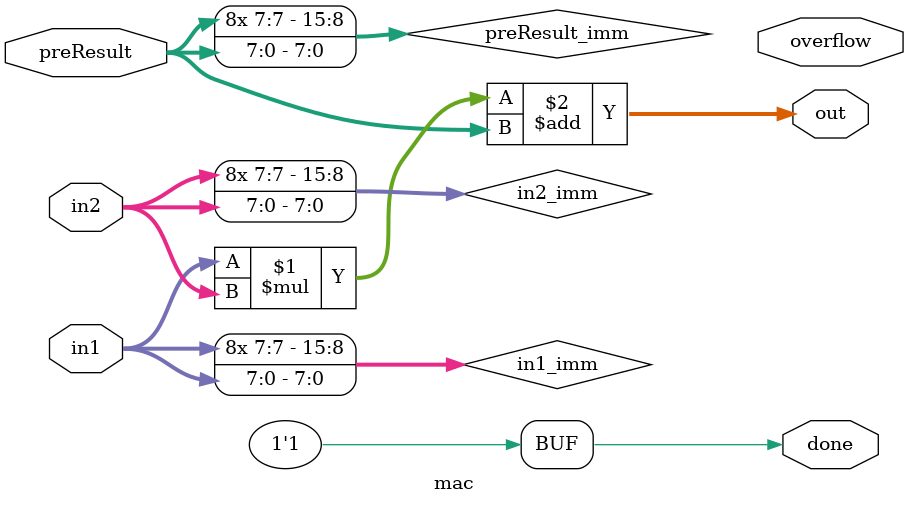
<source format=v>
`timescale 1ns/1ps
module mac(
  in1,
  in2,
  preResult,
  out,
  overflow,
  done
);
  //--------------------------------------------------------------------------------------
  parameter LEN = 8;

  //--------------------------------------------------------------------------------------
  input  signed [LEN - 1: 0]    in1;
  input  signed [LEN - 1: 0]    in2;
  input  signed [LEN - 1: 0]    preResult;
  output signed [2*LEN - 1: 0]  out;
  output                        overflow;
  output                        done;

  //--------------------------------------------------------------------------------------
  //wire[2 * LEN - 1: 0] imm1;
  //wire imm2;

	wire [2*LEN - 1:0] in1_imm;
	wire [2*LEN - 1:0] in2_imm;
	wire [2*LEN - 1:0] preResult_imm;
	
	assign in1_imm = { {LEN{in1[LEN-1]}}, in1 };
	//assign in1_imm[LEN - 1 : 0] = in1;

	assign in2_imm = { {LEN{in2[LEN-1]}}, in2 };
	//assign in2_imm[LEN - 1 : 0] = in2;
	
	assign preResult_imm = { {LEN{preResult[LEN-1]}}, preResult};
	//assign preResult_imm[LEN - 1 : 0] = preResult;

  //assign out = in1_imm * in2_imm + preResult_imm;
  assign out = in1 * in2 + preResult;
  assign done = 1;

  //--------------------------------------------------------------------------------------
	//assign imm2  = |{imm1[2*LEN:LEN]}; 
	//assign out = imm2 ? ((1 << LEN) - 1) : imm1[LEN - 1: 0];

endmodule

</source>
